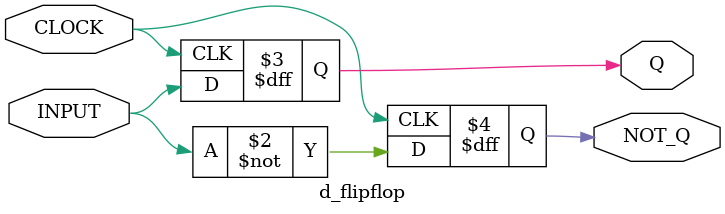
<source format=v>
`timescale 1ns / 1ps


module d_flipflop(
    input CLOCK,
    input INPUT,
    output reg Q,
    output reg NOT_Q
    );
    
    always @(posedge CLOCK) begin
        Q <= INPUT;
        NOT_Q <= (~INPUT);
    end    
endmodule

</source>
